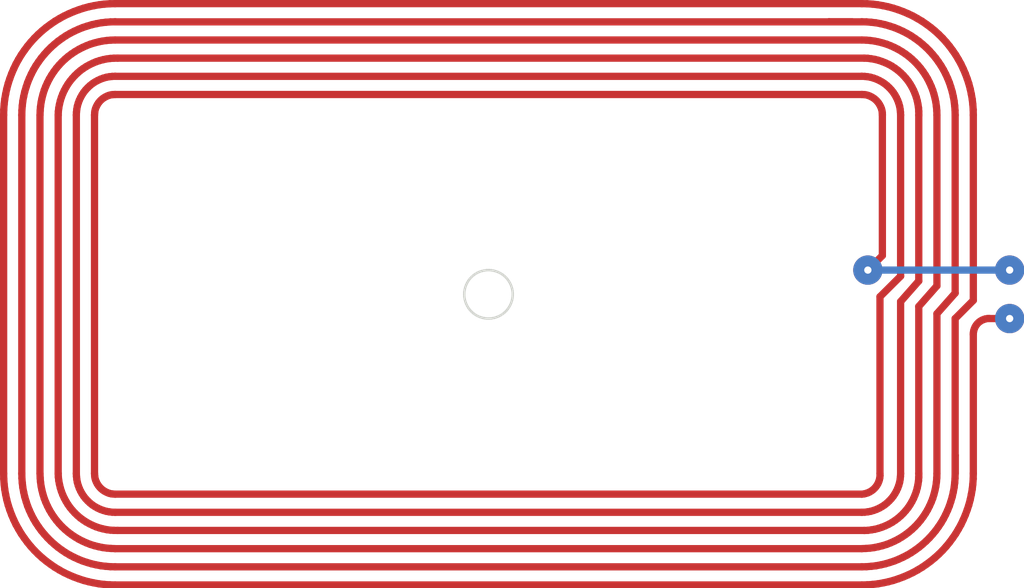
<source format=kicad_pcb>
(kicad_pcb (version 4) (host Gerbview "(5.1.6)-1")

  (layers 
    (0 F.Cu signal)
    (31 B.Cu signal)
    (32 B.Adhes user)
    (33 F.Adhes user)
    (34 B.Paste user)
    (35 F.Paste user)
    (36 B.SilkS user)
    (37 F.SilkS user)
    (38 B.Mask user)
    (39 F.Mask user)
    (40 Dwgs.User user)
    (41 Cmts.User user)
    (42 Eco1.User user)
    (43 Eco2.User user)
    (44 Edge.Cuts user)
  )

(gr_line (start 19.42846 -12.41552) (end 19.43354 -12.51458)(layer Edge.Cuts) (width 0))
(gr_line (start 19.43354 -12.51458) (end 19.44878 -12.61364)(layer Edge.Cuts) (width 0))
(gr_line (start 19.44878 -12.61364) (end 19.47418 -12.71016)(layer Edge.Cuts) (width 0))
(gr_line (start 19.47418 -12.71016) (end 19.5072 -12.80414)(layer Edge.Cuts) (width 0))
(gr_line (start 19.5072 -12.80414) (end 19.55038 -12.89304)(layer Edge.Cuts) (width 0))
(gr_line (start 19.55038 -12.89304) (end 19.60118 -12.9794)(layer Edge.Cuts) (width 0))
(gr_line (start 19.60118 -12.9794) (end 19.66214 -13.05814)(layer Edge.Cuts) (width 0))
(gr_line (start 19.66214 -13.05814) (end 19.73072 -13.1318)(layer Edge.Cuts) (width 0))
(gr_line (start 19.73072 -13.1318) (end 19.80438 -13.19784)(layer Edge.Cuts) (width 0))
(gr_line (start 19.80438 -13.19784) (end 19.88566 -13.25626)(layer Edge.Cuts) (width 0))
(gr_line (start 19.88566 -13.25626) (end 19.97202 -13.30706)(layer Edge.Cuts) (width 0))
(gr_line (start 19.97202 -13.30706) (end 20.06346 -13.3477)(layer Edge.Cuts) (width 0))
(gr_line (start 20.06346 -13.3477) (end 20.15744 -13.37818)(layer Edge.Cuts) (width 0))
(gr_line (start 20.15744 -13.37818) (end 20.2565 -13.40104)(layer Edge.Cuts) (width 0))
(gr_line (start 20.2565 -13.40104) (end 20.35556 -13.41374)(layer Edge.Cuts) (width 0))
(gr_line (start 20.35556 -13.41374) (end 20.45462 -13.41628)(layer Edge.Cuts) (width 0))
(gr_line (start 20.45462 -13.41628) (end 20.55368 -13.40866)(layer Edge.Cuts) (width 0))
(gr_line (start 20.55368 -13.40866) (end 20.65274 -13.39088)(layer Edge.Cuts) (width 0))
(gr_line (start 20.65274 -13.39088) (end 20.74672 -13.36294)(layer Edge.Cuts) (width 0))
(gr_line (start 20.74672 -13.36294) (end 20.8407 -13.32738)(layer Edge.Cuts) (width 0))
(gr_line (start 20.8407 -13.32738) (end 20.9296 -13.28166)(layer Edge.Cuts) (width 0))
(gr_line (start 20.9296 -13.28166) (end 21.01342 -13.22832)(layer Edge.Cuts) (width 0))
(gr_line (start 21.01342 -13.22832) (end 21.09216 -13.16482)(layer Edge.Cuts) (width 0))
(gr_line (start 21.09216 -13.16482) (end 21.16328 -13.09624)(layer Edge.Cuts) (width 0))
(gr_line (start 21.16328 -13.09624) (end 21.22678 -13.02004)(layer Edge.Cuts) (width 0))
(gr_line (start 21.22678 -13.02004) (end 21.28266 -12.93622)(layer Edge.Cuts) (width 0))
(gr_line (start 21.28266 -12.93622) (end 21.33092 -12.84986)(layer Edge.Cuts) (width 0))
(gr_line (start 21.33092 -12.84986) (end 21.36902 -12.75842)(layer Edge.Cuts) (width 0))
(gr_line (start 21.36902 -12.75842) (end 21.3995 -12.6619)(layer Edge.Cuts) (width 0))
(gr_line (start 21.3995 -12.6619) (end 21.41982 -12.56538)(layer Edge.Cuts) (width 0))
(gr_line (start 21.41982 -12.56538) (end 21.42998 -12.46632)(layer Edge.Cuts) (width 0))
(gr_line (start 21.42998 -12.46632) (end 21.42998 -12.36472)(layer Edge.Cuts) (width 0))
(gr_line (start 21.42998 -12.36472) (end 21.41982 -12.26566)(layer Edge.Cuts) (width 0))
(gr_line (start 21.41982 -12.26566) (end 21.3995 -12.16914)(layer Edge.Cuts) (width 0))
(gr_line (start 21.3995 -12.16914) (end 21.36902 -12.07262)(layer Edge.Cuts) (width 0))
(gr_line (start 21.36902 -12.07262) (end 21.33092 -11.98118)(layer Edge.Cuts) (width 0))
(gr_line (start 21.33092 -11.98118) (end 21.28266 -11.89482)(layer Edge.Cuts) (width 0))
(gr_line (start 21.28266 -11.89482) (end 21.22678 -11.811)(layer Edge.Cuts) (width 0))
(gr_line (start 21.22678 -11.811) (end 21.16328 -11.7348)(layer Edge.Cuts) (width 0))
(gr_line (start 21.16328 -11.7348) (end 21.09216 -11.66622)(layer Edge.Cuts) (width 0))
(gr_line (start 21.09216 -11.66622) (end 21.01342 -11.60272)(layer Edge.Cuts) (width 0))
(gr_line (start 21.01342 -11.60272) (end 20.9296 -11.54938)(layer Edge.Cuts) (width 0))
(gr_line (start 20.9296 -11.54938) (end 20.8407 -11.50366)(layer Edge.Cuts) (width 0))
(gr_line (start 20.8407 -11.50366) (end 20.74672 -11.4681)(layer Edge.Cuts) (width 0))
(gr_line (start 20.74672 -11.4681) (end 20.65274 -11.44016)(layer Edge.Cuts) (width 0))
(gr_line (start 20.65274 -11.44016) (end 20.55368 -11.42238)(layer Edge.Cuts) (width 0))
(gr_line (start 20.55368 -11.42238) (end 20.45462 -11.41476)(layer Edge.Cuts) (width 0))
(gr_line (start 20.45462 -11.41476) (end 20.35556 -11.4173)(layer Edge.Cuts) (width 0))
(gr_line (start 20.35556 -11.4173) (end 20.2565 -11.43)(layer Edge.Cuts) (width 0))
(gr_line (start 20.2565 -11.43) (end 20.15744 -11.45286)(layer Edge.Cuts) (width 0))
(gr_line (start 20.15744 -11.45286) (end 20.06346 -11.48334)(layer Edge.Cuts) (width 0))
(gr_line (start 20.06346 -11.48334) (end 19.97202 -11.52398)(layer Edge.Cuts) (width 0))
(gr_line (start 19.97202 -11.52398) (end 19.88566 -11.57478)(layer Edge.Cuts) (width 0))
(gr_line (start 19.88566 -11.57478) (end 19.80438 -11.6332)(layer Edge.Cuts) (width 0))
(gr_line (start 19.80438 -11.6332) (end 19.73072 -11.69924)(layer Edge.Cuts) (width 0))
(gr_line (start 19.73072 -11.69924) (end 19.66214 -11.7729)(layer Edge.Cuts) (width 0))
(gr_line (start 19.66214 -11.7729) (end 19.60118 -11.85164)(layer Edge.Cuts) (width 0))
(gr_line (start 19.60118 -11.85164) (end 19.55038 -11.938)(layer Edge.Cuts) (width 0))
(gr_line (start 19.55038 -11.938) (end 19.5072 -12.0269)(layer Edge.Cuts) (width 0))
(gr_line (start 19.5072 -12.0269) (end 19.47418 -12.12088)(layer Edge.Cuts) (width 0))
(gr_line (start 19.47418 -12.12088) (end 19.44878 -12.2174)(layer Edge.Cuts) (width 0))
(gr_line (start 19.44878 -12.2174) (end 19.43354 -12.31646)(layer Edge.Cuts) (width 0))
(gr_line (start 19.43354 -12.31646) (end 19.42846 -12.41552)(layer Edge.Cuts) (width 0))
(segment (start 5.0292 -0.41656) (end 35.82924 -0.41656) (width 0.29972) (layer F.Cu) (net 0))
(segment (start 35.82924 -1.16586) (end 5.0292 -1.16586) (width 0.29972) (layer F.Cu) (net 0))
(segment (start 5.0292 -1.91516) (end 35.82924 -1.91516) (width 0.29972) (layer F.Cu) (net 0))
(segment (start 35.9283 -2.667) (end 5.12826 -2.667) (width 0.29972) (layer F.Cu) (net 0))
(segment (start 5.0292 -3.4163) (end 35.82924 -3.4163) (width 0.29972) (layer F.Cu) (net 0))
(segment (start 35.82924 -4.1656) (end 5.0292 -4.1656) (width 0.29972) (layer F.Cu) (net 0))
(segment (start 5.0292 -1.9177) (end 4.85648 -1.92278) (width 0.29972) (layer F.Cu) (net 0))
(segment (start 4.85648 -1.92278) (end 4.68122 -1.93802) (width 0.29972) (layer F.Cu) (net 0))
(segment (start 4.68122 -1.93802) (end 4.51104 -1.96088) (width 0.29972) (layer F.Cu) (net 0))
(segment (start 4.51104 -1.96088) (end 4.34086 -1.99644) (width 0.29972) (layer F.Cu) (net 0))
(segment (start 4.34086 -1.99644) (end 4.17068 -2.03962) (width 0.29972) (layer F.Cu) (net 0))
(segment (start 4.17068 -2.03962) (end 4.00558 -2.09042) (width 0.29972) (layer F.Cu) (net 0))
(segment (start 4.00558 -2.09042) (end 3.84302 -2.15392) (width 0.29972) (layer F.Cu) (net 0))
(segment (start 3.84302 -2.15392) (end 3.68554 -2.22504) (width 0.29972) (layer F.Cu) (net 0))
(segment (start 3.68554 -2.22504) (end 3.5306 -2.30378) (width 0.29972) (layer F.Cu) (net 0))
(segment (start 3.5306 -2.30378) (end 3.38074 -2.39268) (width 0.29972) (layer F.Cu) (net 0))
(segment (start 3.38074 -2.39268) (end 3.23596 -2.4892) (width 0.29972) (layer F.Cu) (net 0))
(segment (start 3.23596 -2.4892) (end 3.09626 -2.59334) (width 0.29972) (layer F.Cu) (net 0))
(segment (start 3.09626 -2.59334) (end 2.96418 -2.7051) (width 0.29972) (layer F.Cu) (net 0))
(segment (start 2.96418 -2.7051) (end 2.83718 -2.82448) (width 0.29972) (layer F.Cu) (net 0))
(segment (start 2.83718 -2.82448) (end 2.7178 -2.95148) (width 0.29972) (layer F.Cu) (net 0))
(segment (start 2.7178 -2.95148) (end 2.60604 -3.08356) (width 0.29972) (layer F.Cu) (net 0))
(segment (start 2.60604 -3.08356) (end 2.5019 -3.22326) (width 0.29972) (layer F.Cu) (net 0))
(segment (start 2.5019 -3.22326) (end 2.40538 -3.36804) (width 0.29972) (layer F.Cu) (net 0))
(segment (start 2.40538 -3.36804) (end 2.31648 -3.5179) (width 0.29972) (layer F.Cu) (net 0))
(segment (start 2.31648 -3.5179) (end 2.23774 -3.67284) (width 0.29972) (layer F.Cu) (net 0))
(segment (start 2.23774 -3.67284) (end 2.16662 -3.83032) (width 0.29972) (layer F.Cu) (net 0))
(segment (start 2.16662 -3.83032) (end 2.10312 -3.99288) (width 0.29972) (layer F.Cu) (net 0))
(segment (start 2.10312 -3.99288) (end 2.05232 -4.15798) (width 0.29972) (layer F.Cu) (net 0))
(segment (start 2.05232 -4.15798) (end 2.00914 -4.32816) (width 0.29972) (layer F.Cu) (net 0))
(segment (start 2.00914 -4.32816) (end 1.97358 -4.49834) (width 0.29972) (layer F.Cu) (net 0))
(segment (start 1.97358 -4.49834) (end 1.95072 -4.66852) (width 0.29972) (layer F.Cu) (net 0))
(segment (start 1.95072 -4.66852) (end 1.93548 -4.84378) (width 0.29972) (layer F.Cu) (net 0))
(segment (start 1.93548 -4.84378) (end 1.9304 -5.0165) (width 0.29972) (layer F.Cu) (net 0))
(segment (start 1.92786 -5.0165) (end 1.92786 -19.81708) (width 0.29972) (layer F.Cu) (net 0))
(segment (start 1.17856 -19.81708) (end 1.17856 -5.0165) (width 0.29972) (layer F.Cu) (net 0))
(segment (start 0.42926 -5.0165) (end 0.42926 -19.81708) (width 0.29972) (layer F.Cu) (net 0))
(segment (start 2.6797 -19.81708) (end 2.6797 -5.0165) (width 0.29972) (layer F.Cu) (net 0))
(segment (start 3.429 -5.0165) (end 3.429 -19.81708) (width 0.29972) (layer F.Cu) (net 0))
(segment (start 4.1783 -19.81708) (end 4.1783 -5.0165) (width 0.29972) (layer F.Cu) (net 0))
(segment (start 0.42926 -5.0165) (end 0.43434 -4.79806) (width 0.29972) (layer F.Cu) (net 0))
(segment (start 0.43434 -4.79806) (end 0.44958 -4.57962) (width 0.29972) (layer F.Cu) (net 0))
(segment (start 0.44958 -4.57962) (end 0.47498 -4.36118) (width 0.29972) (layer F.Cu) (net 0))
(segment (start 0.47498 -4.36118) (end 0.51308 -4.14528) (width 0.29972) (layer F.Cu) (net 0))
(segment (start 0.51308 -4.14528) (end 0.5588 -3.93192) (width 0.29972) (layer F.Cu) (net 0))
(segment (start 0.5588 -3.93192) (end 0.61468 -3.7211) (width 0.29972) (layer F.Cu) (net 0))
(segment (start 0.61468 -3.7211) (end 0.68326 -3.51282) (width 0.29972) (layer F.Cu) (net 0))
(segment (start 0.68326 -3.51282) (end 0.75946 -3.30708) (width 0.29972) (layer F.Cu) (net 0))
(segment (start 0.75946 -3.30708) (end 0.84582 -3.10642) (width 0.29972) (layer F.Cu) (net 0))
(segment (start 0.84582 -3.10642) (end 0.9398 -2.9083) (width 0.29972) (layer F.Cu) (net 0))
(segment (start 0.9398 -2.9083) (end 1.04648 -2.7178) (width 0.29972) (layer F.Cu) (net 0))
(segment (start 1.04648 -2.7178) (end 1.15824 -2.52984) (width 0.29972) (layer F.Cu) (net 0))
(segment (start 1.15824 -2.52984) (end 1.2827 -2.3495) (width 0.29972) (layer F.Cu) (net 0))
(segment (start 1.2827 -2.3495) (end 1.41224 -2.17424) (width 0.29972) (layer F.Cu) (net 0))
(segment (start 1.41224 -2.17424) (end 1.55194 -2.00406) (width 0.29972) (layer F.Cu) (net 0))
(segment (start 1.55194 -2.00406) (end 1.69926 -1.8415) (width 0.29972) (layer F.Cu) (net 0))
(segment (start 1.69926 -1.8415) (end 1.8542 -1.68656) (width 0.29972) (layer F.Cu) (net 0))
(segment (start 1.8542 -1.68656) (end 2.01676 -1.53924) (width 0.29972) (layer F.Cu) (net 0))
(segment (start 2.01676 -1.53924) (end 2.18694 -1.39954) (width 0.29972) (layer F.Cu) (net 0))
(segment (start 2.18694 -1.39954) (end 2.3622 -1.27) (width 0.29972) (layer F.Cu) (net 0))
(segment (start 2.3622 -1.27) (end 2.54254 -1.14554) (width 0.29972) (layer F.Cu) (net 0))
(segment (start 2.54254 -1.14554) (end 2.72796 -1.03378) (width 0.29972) (layer F.Cu) (net 0))
(segment (start 2.72796 -1.03378) (end 2.921 -0.9271) (width 0.29972) (layer F.Cu) (net 0))
(segment (start 2.921 -0.9271) (end 3.11912 -0.83312) (width 0.29972) (layer F.Cu) (net 0))
(segment (start 3.11912 -0.83312) (end 3.31978 -0.74676) (width 0.29972) (layer F.Cu) (net 0))
(segment (start 3.31978 -0.74676) (end 3.52552 -0.67056) (width 0.29972) (layer F.Cu) (net 0))
(segment (start 3.52552 -0.67056) (end 3.7338 -0.60198) (width 0.29972) (layer F.Cu) (net 0))
(segment (start 3.7338 -0.60198) (end 3.94462 -0.5461) (width 0.29972) (layer F.Cu) (net 0))
(segment (start 3.94462 -0.5461) (end 4.15798 -0.50038) (width 0.29972) (layer F.Cu) (net 0))
(segment (start 4.15798 -0.50038) (end 4.37388 -0.46228) (width 0.29972) (layer F.Cu) (net 0))
(segment (start 4.37388 -0.46228) (end 4.59232 -0.43688) (width 0.29972) (layer F.Cu) (net 0))
(segment (start 4.59232 -0.43688) (end 4.81076 -0.42164) (width 0.29972) (layer F.Cu) (net 0))
(segment (start 4.81076 -0.42164) (end 5.0292 -0.41656) (width 0.29972) (layer F.Cu) (net 0))
(segment (start 5.0292 -1.16586) (end 4.83362 -1.17094) (width 0.29972) (layer F.Cu) (net 0))
(segment (start 4.83362 -1.17094) (end 4.64058 -1.18618) (width 0.29972) (layer F.Cu) (net 0))
(segment (start 4.64058 -1.18618) (end 4.445 -1.20904) (width 0.29972) (layer F.Cu) (net 0))
(segment (start 4.445 -1.20904) (end 4.2545 -1.2446) (width 0.29972) (layer F.Cu) (net 0))
(segment (start 4.2545 -1.2446) (end 4.064 -1.28778) (width 0.29972) (layer F.Cu) (net 0))
(segment (start 4.064 -1.28778) (end 3.87604 -1.34366) (width 0.29972) (layer F.Cu) (net 0))
(segment (start 3.87604 -1.34366) (end 3.69062 -1.40462) (width 0.29972) (layer F.Cu) (net 0))
(segment (start 3.69062 -1.40462) (end 3.51028 -1.47828) (width 0.29972) (layer F.Cu) (net 0))
(segment (start 3.51028 -1.47828) (end 3.33248 -1.55956) (width 0.29972) (layer F.Cu) (net 0))
(segment (start 3.33248 -1.55956) (end 3.15976 -1.64846) (width 0.29972) (layer F.Cu) (net 0))
(segment (start 3.15976 -1.64846) (end 2.99212 -1.74752) (width 0.29972) (layer F.Cu) (net 0))
(segment (start 2.99212 -1.74752) (end 2.82956 -1.85674) (width 0.29972) (layer F.Cu) (net 0))
(segment (start 2.82956 -1.85674) (end 2.67208 -1.97104) (width 0.29972) (layer F.Cu) (net 0))
(segment (start 2.67208 -1.97104) (end 2.52222 -2.0955) (width 0.29972) (layer F.Cu) (net 0))
(segment (start 2.52222 -2.0955) (end 2.37744 -2.22504) (width 0.29972) (layer F.Cu) (net 0))
(segment (start 2.37744 -2.22504) (end 2.23774 -2.36474) (width 0.29972) (layer F.Cu) (net 0))
(segment (start 2.23774 -2.36474) (end 2.1082 -2.50952) (width 0.29972) (layer F.Cu) (net 0))
(segment (start 2.1082 -2.50952) (end 1.98374 -2.65938) (width 0.29972) (layer F.Cu) (net 0))
(segment (start 1.98374 -2.65938) (end 1.86944 -2.81686) (width 0.29972) (layer F.Cu) (net 0))
(segment (start 1.86944 -2.81686) (end 1.76022 -2.97942) (width 0.29972) (layer F.Cu) (net 0))
(segment (start 1.76022 -2.97942) (end 1.66116 -3.14706) (width 0.29972) (layer F.Cu) (net 0))
(segment (start 1.66116 -3.14706) (end 1.57226 -3.31978) (width 0.29972) (layer F.Cu) (net 0))
(segment (start 1.57226 -3.31978) (end 1.49098 -3.49758) (width 0.29972) (layer F.Cu) (net 0))
(segment (start 1.49098 -3.49758) (end 1.41732 -3.67792) (width 0.29972) (layer F.Cu) (net 0))
(segment (start 1.41732 -3.67792) (end 1.35636 -3.86334) (width 0.29972) (layer F.Cu) (net 0))
(segment (start 1.35636 -3.86334) (end 1.30048 -4.0513) (width 0.29972) (layer F.Cu) (net 0))
(segment (start 1.30048 -4.0513) (end 1.2573 -4.2418) (width 0.29972) (layer F.Cu) (net 0))
(segment (start 1.2573 -4.2418) (end 1.22174 -4.4323) (width 0.29972) (layer F.Cu) (net 0))
(segment (start 1.22174 -4.4323) (end 1.19888 -4.62788) (width 0.29972) (layer F.Cu) (net 0))
(segment (start 1.19888 -4.62788) (end 1.18364 -4.82092) (width 0.29972) (layer F.Cu) (net 0))
(segment (start 1.18364 -4.82092) (end 1.17856 -5.0165) (width 0.29972) (layer F.Cu) (net 0))
(segment (start 3.429 -5.0165) (end 3.43408 -4.89204) (width 0.29972) (layer F.Cu) (net 0))
(segment (start 3.43408 -4.89204) (end 3.44932 -4.76504) (width 0.29972) (layer F.Cu) (net 0))
(segment (start 3.44932 -4.76504) (end 3.47218 -4.64312) (width 0.29972) (layer F.Cu) (net 0))
(segment (start 3.47218 -4.64312) (end 3.50774 -4.5212) (width 0.29972) (layer F.Cu) (net 0))
(segment (start 3.50774 -4.5212) (end 3.55092 -4.40436) (width 0.29972) (layer F.Cu) (net 0))
(segment (start 3.55092 -4.40436) (end 3.60426 -4.29006) (width 0.29972) (layer F.Cu) (net 0))
(segment (start 3.60426 -4.29006) (end 3.66522 -4.18084) (width 0.29972) (layer F.Cu) (net 0))
(segment (start 3.66522 -4.18084) (end 3.7338 -4.0767) (width 0.29972) (layer F.Cu) (net 0))
(segment (start 3.7338 -4.0767) (end 3.81254 -3.97764) (width 0.29972) (layer F.Cu) (net 0))
(segment (start 3.81254 -3.97764) (end 3.8989 -3.8862) (width 0.29972) (layer F.Cu) (net 0))
(segment (start 3.8989 -3.8862) (end 3.99034 -3.79984) (width 0.29972) (layer F.Cu) (net 0))
(segment (start 3.99034 -3.79984) (end 4.0894 -3.7211) (width 0.29972) (layer F.Cu) (net 0))
(segment (start 4.0894 -3.7211) (end 4.19354 -3.65252) (width 0.29972) (layer F.Cu) (net 0))
(segment (start 4.19354 -3.65252) (end 4.30276 -3.59156) (width 0.29972) (layer F.Cu) (net 0))
(segment (start 4.30276 -3.59156) (end 4.41706 -3.53822) (width 0.29972) (layer F.Cu) (net 0))
(segment (start 4.41706 -3.53822) (end 4.5339 -3.49504) (width 0.29972) (layer F.Cu) (net 0))
(segment (start 4.5339 -3.49504) (end 4.65582 -3.45948) (width 0.29972) (layer F.Cu) (net 0))
(segment (start 4.65582 -3.45948) (end 4.77774 -3.43662) (width 0.29972) (layer F.Cu) (net 0))
(segment (start 4.77774 -3.43662) (end 4.90474 -3.42138) (width 0.29972) (layer F.Cu) (net 0))
(segment (start 4.90474 -3.42138) (end 5.0292 -3.4163) (width 0.29972) (layer F.Cu) (net 0))
(segment (start 5.0292 -4.1656) (end 4.9403 -4.17068) (width 0.29972) (layer F.Cu) (net 0))
(segment (start 4.9403 -4.17068) (end 4.8514 -4.18338) (width 0.29972) (layer F.Cu) (net 0))
(segment (start 4.8514 -4.18338) (end 4.76504 -4.20624) (width 0.29972) (layer F.Cu) (net 0))
(segment (start 4.76504 -4.20624) (end 4.68376 -4.23926) (width 0.29972) (layer F.Cu) (net 0))
(segment (start 4.68376 -4.23926) (end 4.60502 -4.2799) (width 0.29972) (layer F.Cu) (net 0))
(segment (start 4.60502 -4.2799) (end 4.52882 -4.32816) (width 0.29972) (layer F.Cu) (net 0))
(segment (start 4.52882 -4.32816) (end 4.46024 -4.38404) (width 0.29972) (layer F.Cu) (net 0))
(segment (start 4.46024 -4.38404) (end 4.39674 -4.44754) (width 0.29972) (layer F.Cu) (net 0))
(segment (start 4.39674 -4.44754) (end 4.34086 -4.51612) (width 0.29972) (layer F.Cu) (net 0))
(segment (start 4.34086 -4.51612) (end 4.2926 -4.58978) (width 0.29972) (layer F.Cu) (net 0))
(segment (start 4.2926 -4.58978) (end 4.25196 -4.67106) (width 0.29972) (layer F.Cu) (net 0))
(segment (start 4.25196 -4.67106) (end 4.21894 -4.75234) (width 0.29972) (layer F.Cu) (net 0))
(segment (start 4.21894 -4.75234) (end 4.19608 -4.8387) (width 0.29972) (layer F.Cu) (net 0))
(segment (start 4.19608 -4.8387) (end 4.18338 -4.9276) (width 0.29972) (layer F.Cu) (net 0))
(segment (start 4.18338 -4.9276) (end 4.1783 -5.0165) (width 0.29972) (layer F.Cu) (net 0))
(segment (start 2.6797 -5.0165) (end 2.68732 -4.86664) (width 0.29972) (layer F.Cu) (net 0))
(segment (start 2.68732 -4.86664) (end 2.7051 -4.71678) (width 0.29972) (layer F.Cu) (net 0))
(segment (start 2.7051 -4.71678) (end 2.73304 -4.56946) (width 0.29972) (layer F.Cu) (net 0))
(segment (start 2.73304 -4.56946) (end 2.7686 -4.42214) (width 0.29972) (layer F.Cu) (net 0))
(segment (start 2.7686 -4.42214) (end 2.81432 -4.27736) (width 0.29972) (layer F.Cu) (net 0))
(segment (start 2.81432 -4.27736) (end 2.86766 -4.13766) (width 0.29972) (layer F.Cu) (net 0))
(segment (start 2.86766 -4.13766) (end 2.93116 -4.0005) (width 0.29972) (layer F.Cu) (net 0))
(segment (start 2.93116 -4.0005) (end 3.00228 -3.86842) (width 0.29972) (layer F.Cu) (net 0))
(segment (start 3.00228 -3.86842) (end 3.08102 -3.73888) (width 0.29972) (layer F.Cu) (net 0))
(segment (start 3.08102 -3.73888) (end 3.16738 -3.61696) (width 0.29972) (layer F.Cu) (net 0))
(segment (start 3.16738 -3.61696) (end 3.2639 -3.50012) (width 0.29972) (layer F.Cu) (net 0))
(segment (start 3.2639 -3.50012) (end 3.3655 -3.38836) (width 0.29972) (layer F.Cu) (net 0))
(segment (start 3.3655 -3.38836) (end 3.47472 -3.28422) (width 0.29972) (layer F.Cu) (net 0))
(segment (start 3.47472 -3.28422) (end 3.58902 -3.18516) (width 0.29972) (layer F.Cu) (net 0))
(segment (start 3.58902 -3.18516) (end 3.71094 -3.09626) (width 0.29972) (layer F.Cu) (net 0))
(segment (start 3.71094 -3.09626) (end 3.8354 -3.01498) (width 0.29972) (layer F.Cu) (net 0))
(segment (start 3.8354 -3.01498) (end 3.96748 -2.94132) (width 0.29972) (layer F.Cu) (net 0))
(segment (start 3.96748 -2.94132) (end 4.10464 -2.87528) (width 0.29972) (layer F.Cu) (net 0))
(segment (start 4.10464 -2.87528) (end 4.2418 -2.81686) (width 0.29972) (layer F.Cu) (net 0))
(segment (start 4.2418 -2.81686) (end 4.38658 -2.7686) (width 0.29972) (layer F.Cu) (net 0))
(segment (start 4.38658 -2.7686) (end 4.53136 -2.7305) (width 0.29972) (layer F.Cu) (net 0))
(segment (start 4.53136 -2.7305) (end 4.67868 -2.70002) (width 0.29972) (layer F.Cu) (net 0))
(segment (start 4.67868 -2.70002) (end 4.82854 -2.6797) (width 0.29972) (layer F.Cu) (net 0))
(segment (start 4.82854 -2.6797) (end 4.9784 -2.66954) (width 0.29972) (layer F.Cu) (net 0))
(segment (start 4.9784 -2.66954) (end 5.1308 -2.667) (width 0.29972) (layer F.Cu) (net 0))
(segment (start 2.6797 -19.81708) (end 2.68732 -19.96694) (width 0.29972) (layer F.Cu) (net 0))
(segment (start 2.68732 -19.96694) (end 2.7051 -20.1168) (width 0.29972) (layer F.Cu) (net 0))
(segment (start 2.7051 -20.1168) (end 2.73304 -20.26412) (width 0.29972) (layer F.Cu) (net 0))
(segment (start 2.73304 -20.26412) (end 2.7686 -20.41144) (width 0.29972) (layer F.Cu) (net 0))
(segment (start 2.7686 -20.41144) (end 2.81432 -20.55622) (width 0.29972) (layer F.Cu) (net 0))
(segment (start 2.81432 -20.55622) (end 2.86766 -20.69592) (width 0.29972) (layer F.Cu) (net 0))
(segment (start 2.86766 -20.69592) (end 2.93116 -20.83308) (width 0.29972) (layer F.Cu) (net 0))
(segment (start 2.93116 -20.83308) (end 3.00228 -20.96516) (width 0.29972) (layer F.Cu) (net 0))
(segment (start 3.00228 -20.96516) (end 3.08102 -21.0947) (width 0.29972) (layer F.Cu) (net 0))
(segment (start 3.08102 -21.0947) (end 3.16738 -21.21662) (width 0.29972) (layer F.Cu) (net 0))
(segment (start 3.16738 -21.21662) (end 3.2639 -21.33346) (width 0.29972) (layer F.Cu) (net 0))
(segment (start 3.2639 -21.33346) (end 3.3655 -21.44522) (width 0.29972) (layer F.Cu) (net 0))
(segment (start 3.3655 -21.44522) (end 3.47472 -21.54936) (width 0.29972) (layer F.Cu) (net 0))
(segment (start 3.47472 -21.54936) (end 3.58902 -21.64842) (width 0.29972) (layer F.Cu) (net 0))
(segment (start 3.58902 -21.64842) (end 3.71094 -21.73732) (width 0.29972) (layer F.Cu) (net 0))
(segment (start 3.71094 -21.73732) (end 3.8354 -21.8186) (width 0.29972) (layer F.Cu) (net 0))
(segment (start 3.8354 -21.8186) (end 3.96748 -21.89226) (width 0.29972) (layer F.Cu) (net 0))
(segment (start 3.96748 -21.89226) (end 4.10464 -21.9583) (width 0.29972) (layer F.Cu) (net 0))
(segment (start 4.10464 -21.9583) (end 4.2418 -22.01672) (width 0.29972) (layer F.Cu) (net 0))
(segment (start 4.2418 -22.01672) (end 4.38658 -22.06498) (width 0.29972) (layer F.Cu) (net 0))
(segment (start 4.38658 -22.06498) (end 4.53136 -22.10308) (width 0.29972) (layer F.Cu) (net 0))
(segment (start 4.53136 -22.10308) (end 4.67868 -22.13356) (width 0.29972) (layer F.Cu) (net 0))
(segment (start 4.67868 -22.13356) (end 4.82854 -22.15388) (width 0.29972) (layer F.Cu) (net 0))
(segment (start 4.82854 -22.15388) (end 4.9784 -22.16404) (width 0.29972) (layer F.Cu) (net 0))
(segment (start 4.9784 -22.16404) (end 5.1308 -22.16658) (width 0.29972) (layer F.Cu) (net 0))
(segment (start 5.12826 -22.16658) (end 35.9283 -22.16658) (width 0.29972) (layer F.Cu) (net 0))
(segment (start 35.82924 -22.91588) (end 5.0292 -22.91588) (width 0.29972) (layer F.Cu) (net 0))
(segment (start 5.0292 -23.66518) (end 34.47796 -23.66518) (width 0.29972) (layer F.Cu) (net 0))
(segment (start 34.47796 -23.66518) (end 35.82924 -23.66518) (width 0.29972) (layer F.Cu) (net 0))
(segment (start 35.42792 -23.66518) (end 34.47796 -23.66518) (width 0.29972) (layer F.Cu) (net 0))
(segment (start 35.82924 -24.41702) (end 5.0292 -24.41702) (width 0.29972) (layer F.Cu) (net 0))
(segment (start 5.0292 -21.41474) (end 35.82924 -21.41474) (width 0.29972) (layer F.Cu) (net 0))
(segment (start 35.82924 -20.66544) (end 5.0292 -20.66544) (width 0.29972) (layer F.Cu) (net 0))
(segment (start 5.0292 -22.91588) (end 4.85648 -22.9108) (width 0.29972) (layer F.Cu) (net 0))
(segment (start 4.85648 -22.9108) (end 4.68122 -22.89556) (width 0.29972) (layer F.Cu) (net 0))
(segment (start 4.68122 -22.89556) (end 4.51104 -22.8727) (width 0.29972) (layer F.Cu) (net 0))
(segment (start 4.51104 -22.8727) (end 4.34086 -22.83714) (width 0.29972) (layer F.Cu) (net 0))
(segment (start 4.34086 -22.83714) (end 4.17068 -22.79396) (width 0.29972) (layer F.Cu) (net 0))
(segment (start 4.17068 -22.79396) (end 4.00558 -22.74316) (width 0.29972) (layer F.Cu) (net 0))
(segment (start 4.00558 -22.74316) (end 3.84302 -22.67966) (width 0.29972) (layer F.Cu) (net 0))
(segment (start 3.84302 -22.67966) (end 3.68554 -22.60854) (width 0.29972) (layer F.Cu) (net 0))
(segment (start 3.68554 -22.60854) (end 3.5306 -22.5298) (width 0.29972) (layer F.Cu) (net 0))
(segment (start 3.5306 -22.5298) (end 3.38074 -22.4409) (width 0.29972) (layer F.Cu) (net 0))
(segment (start 3.38074 -22.4409) (end 3.23596 -22.34438) (width 0.29972) (layer F.Cu) (net 0))
(segment (start 3.23596 -22.34438) (end 3.09626 -22.24024) (width 0.29972) (layer F.Cu) (net 0))
(segment (start 3.09626 -22.24024) (end 2.96418 -22.12848) (width 0.29972) (layer F.Cu) (net 0))
(segment (start 2.96418 -22.12848) (end 2.83718 -22.0091) (width 0.29972) (layer F.Cu) (net 0))
(segment (start 2.83718 -22.0091) (end 2.7178 -21.8821) (width 0.29972) (layer F.Cu) (net 0))
(segment (start 2.7178 -21.8821) (end 2.60604 -21.75002) (width 0.29972) (layer F.Cu) (net 0))
(segment (start 2.60604 -21.75002) (end 2.5019 -21.61032) (width 0.29972) (layer F.Cu) (net 0))
(segment (start 2.5019 -21.61032) (end 2.40538 -21.46554) (width 0.29972) (layer F.Cu) (net 0))
(segment (start 2.40538 -21.46554) (end 2.31648 -21.31568) (width 0.29972) (layer F.Cu) (net 0))
(segment (start 2.31648 -21.31568) (end 2.23774 -21.16074) (width 0.29972) (layer F.Cu) (net 0))
(segment (start 2.23774 -21.16074) (end 2.16662 -21.00326) (width 0.29972) (layer F.Cu) (net 0))
(segment (start 2.16662 -21.00326) (end 2.10312 -20.8407) (width 0.29972) (layer F.Cu) (net 0))
(segment (start 2.10312 -20.8407) (end 2.05232 -20.6756) (width 0.29972) (layer F.Cu) (net 0))
(segment (start 2.05232 -20.6756) (end 2.00914 -20.50542) (width 0.29972) (layer F.Cu) (net 0))
(segment (start 2.00914 -20.50542) (end 1.97358 -20.33524) (width 0.29972) (layer F.Cu) (net 0))
(segment (start 1.97358 -20.33524) (end 1.95072 -20.16506) (width 0.29972) (layer F.Cu) (net 0))
(segment (start 1.95072 -20.16506) (end 1.93548 -19.9898) (width 0.29972) (layer F.Cu) (net 0))
(segment (start 1.93548 -19.9898) (end 1.9304 -19.81708) (width 0.29972) (layer F.Cu) (net 0))
(segment (start 0.42926 -19.81708) (end 0.43434 -20.03552) (width 0.29972) (layer F.Cu) (net 0))
(segment (start 0.43434 -20.03552) (end 0.44958 -20.25396) (width 0.29972) (layer F.Cu) (net 0))
(segment (start 0.44958 -20.25396) (end 0.47498 -20.4724) (width 0.29972) (layer F.Cu) (net 0))
(segment (start 0.47498 -20.4724) (end 0.51308 -20.6883) (width 0.29972) (layer F.Cu) (net 0))
(segment (start 0.51308 -20.6883) (end 0.5588 -20.90166) (width 0.29972) (layer F.Cu) (net 0))
(segment (start 0.5588 -20.90166) (end 0.61468 -21.11248) (width 0.29972) (layer F.Cu) (net 0))
(segment (start 0.61468 -21.11248) (end 0.68326 -21.32076) (width 0.29972) (layer F.Cu) (net 0))
(segment (start 0.68326 -21.32076) (end 0.75946 -21.5265) (width 0.29972) (layer F.Cu) (net 0))
(segment (start 0.75946 -21.5265) (end 0.84582 -21.72716) (width 0.29972) (layer F.Cu) (net 0))
(segment (start 0.84582 -21.72716) (end 0.9398 -21.92528) (width 0.29972) (layer F.Cu) (net 0))
(segment (start 0.9398 -21.92528) (end 1.04648 -22.11832) (width 0.29972) (layer F.Cu) (net 0))
(segment (start 1.04648 -22.11832) (end 1.15824 -22.30374) (width 0.29972) (layer F.Cu) (net 0))
(segment (start 1.15824 -22.30374) (end 1.2827 -22.48408) (width 0.29972) (layer F.Cu) (net 0))
(segment (start 1.2827 -22.48408) (end 1.41224 -22.65934) (width 0.29972) (layer F.Cu) (net 0))
(segment (start 1.41224 -22.65934) (end 1.55194 -22.82952) (width 0.29972) (layer F.Cu) (net 0))
(segment (start 1.55194 -22.82952) (end 1.69926 -22.99208) (width 0.29972) (layer F.Cu) (net 0))
(segment (start 1.69926 -22.99208) (end 1.8542 -23.14702) (width 0.29972) (layer F.Cu) (net 0))
(segment (start 1.8542 -23.14702) (end 2.01676 -23.29434) (width 0.29972) (layer F.Cu) (net 0))
(segment (start 2.01676 -23.29434) (end 2.18694 -23.43404) (width 0.29972) (layer F.Cu) (net 0))
(segment (start 2.18694 -23.43404) (end 2.3622 -23.56358) (width 0.29972) (layer F.Cu) (net 0))
(segment (start 2.3622 -23.56358) (end 2.54254 -23.68804) (width 0.29972) (layer F.Cu) (net 0))
(segment (start 2.54254 -23.68804) (end 2.72796 -23.7998) (width 0.29972) (layer F.Cu) (net 0))
(segment (start 2.72796 -23.7998) (end 2.921 -23.90648) (width 0.29972) (layer F.Cu) (net 0))
(segment (start 2.921 -23.90648) (end 3.11912 -24.00046) (width 0.29972) (layer F.Cu) (net 0))
(segment (start 3.11912 -24.00046) (end 3.31978 -24.08682) (width 0.29972) (layer F.Cu) (net 0))
(segment (start 3.31978 -24.08682) (end 3.52552 -24.16302) (width 0.29972) (layer F.Cu) (net 0))
(segment (start 3.52552 -24.16302) (end 3.7338 -24.2316) (width 0.29972) (layer F.Cu) (net 0))
(segment (start 3.7338 -24.2316) (end 3.94462 -24.28748) (width 0.29972) (layer F.Cu) (net 0))
(segment (start 3.94462 -24.28748) (end 4.15798 -24.3332) (width 0.29972) (layer F.Cu) (net 0))
(segment (start 4.15798 -24.3332) (end 4.37388 -24.3713) (width 0.29972) (layer F.Cu) (net 0))
(segment (start 4.37388 -24.3713) (end 4.59232 -24.3967) (width 0.29972) (layer F.Cu) (net 0))
(segment (start 4.59232 -24.3967) (end 4.81076 -24.41194) (width 0.29972) (layer F.Cu) (net 0))
(segment (start 4.81076 -24.41194) (end 5.0292 -24.41702) (width 0.29972) (layer F.Cu) (net 0))
(segment (start 5.0292 -23.66772) (end 4.83362 -23.66264) (width 0.29972) (layer F.Cu) (net 0))
(segment (start 4.83362 -23.66264) (end 4.64058 -23.6474) (width 0.29972) (layer F.Cu) (net 0))
(segment (start 4.64058 -23.6474) (end 4.445 -23.62454) (width 0.29972) (layer F.Cu) (net 0))
(segment (start 4.445 -23.62454) (end 4.2545 -23.58898) (width 0.29972) (layer F.Cu) (net 0))
(segment (start 4.2545 -23.58898) (end 4.064 -23.5458) (width 0.29972) (layer F.Cu) (net 0))
(segment (start 4.064 -23.5458) (end 3.87604 -23.48992) (width 0.29972) (layer F.Cu) (net 0))
(segment (start 3.87604 -23.48992) (end 3.69062 -23.42896) (width 0.29972) (layer F.Cu) (net 0))
(segment (start 3.69062 -23.42896) (end 3.51028 -23.3553) (width 0.29972) (layer F.Cu) (net 0))
(segment (start 3.51028 -23.3553) (end 3.33248 -23.27402) (width 0.29972) (layer F.Cu) (net 0))
(segment (start 3.33248 -23.27402) (end 3.15976 -23.18512) (width 0.29972) (layer F.Cu) (net 0))
(segment (start 3.15976 -23.18512) (end 2.99212 -23.08606) (width 0.29972) (layer F.Cu) (net 0))
(segment (start 2.99212 -23.08606) (end 2.82956 -22.97684) (width 0.29972) (layer F.Cu) (net 0))
(segment (start 2.82956 -22.97684) (end 2.67208 -22.86254) (width 0.29972) (layer F.Cu) (net 0))
(segment (start 2.67208 -22.86254) (end 2.52222 -22.73808) (width 0.29972) (layer F.Cu) (net 0))
(segment (start 2.52222 -22.73808) (end 2.37744 -22.60854) (width 0.29972) (layer F.Cu) (net 0))
(segment (start 2.37744 -22.60854) (end 2.23774 -22.46884) (width 0.29972) (layer F.Cu) (net 0))
(segment (start 2.23774 -22.46884) (end 2.1082 -22.32406) (width 0.29972) (layer F.Cu) (net 0))
(segment (start 2.1082 -22.32406) (end 1.98374 -22.1742) (width 0.29972) (layer F.Cu) (net 0))
(segment (start 1.98374 -22.1742) (end 1.86944 -22.01672) (width 0.29972) (layer F.Cu) (net 0))
(segment (start 1.86944 -22.01672) (end 1.76022 -21.85416) (width 0.29972) (layer F.Cu) (net 0))
(segment (start 1.76022 -21.85416) (end 1.66116 -21.68652) (width 0.29972) (layer F.Cu) (net 0))
(segment (start 1.66116 -21.68652) (end 1.57226 -21.5138) (width 0.29972) (layer F.Cu) (net 0))
(segment (start 1.57226 -21.5138) (end 1.49098 -21.336) (width 0.29972) (layer F.Cu) (net 0))
(segment (start 1.49098 -21.336) (end 1.41732 -21.15566) (width 0.29972) (layer F.Cu) (net 0))
(segment (start 1.41732 -21.15566) (end 1.35636 -20.97024) (width 0.29972) (layer F.Cu) (net 0))
(segment (start 1.35636 -20.97024) (end 1.30048 -20.78228) (width 0.29972) (layer F.Cu) (net 0))
(segment (start 1.30048 -20.78228) (end 1.2573 -20.59178) (width 0.29972) (layer F.Cu) (net 0))
(segment (start 1.2573 -20.59178) (end 1.22174 -20.40128) (width 0.29972) (layer F.Cu) (net 0))
(segment (start 1.22174 -20.40128) (end 1.19888 -20.2057) (width 0.29972) (layer F.Cu) (net 0))
(segment (start 1.19888 -20.2057) (end 1.18364 -20.01266) (width 0.29972) (layer F.Cu) (net 0))
(segment (start 1.18364 -20.01266) (end 1.17856 -19.81708) (width 0.29972) (layer F.Cu) (net 0))
(segment (start 3.429 -19.81708) (end 3.43408 -19.94154) (width 0.29972) (layer F.Cu) (net 0))
(segment (start 3.43408 -19.94154) (end 3.44932 -20.06854) (width 0.29972) (layer F.Cu) (net 0))
(segment (start 3.44932 -20.06854) (end 3.47218 -20.19046) (width 0.29972) (layer F.Cu) (net 0))
(segment (start 3.47218 -20.19046) (end 3.50774 -20.31238) (width 0.29972) (layer F.Cu) (net 0))
(segment (start 3.50774 -20.31238) (end 3.55092 -20.42922) (width 0.29972) (layer F.Cu) (net 0))
(segment (start 3.55092 -20.42922) (end 3.60426 -20.54352) (width 0.29972) (layer F.Cu) (net 0))
(segment (start 3.60426 -20.54352) (end 3.66522 -20.65274) (width 0.29972) (layer F.Cu) (net 0))
(segment (start 3.66522 -20.65274) (end 3.7338 -20.75688) (width 0.29972) (layer F.Cu) (net 0))
(segment (start 3.7338 -20.75688) (end 3.81254 -20.85594) (width 0.29972) (layer F.Cu) (net 0))
(segment (start 3.81254 -20.85594) (end 3.8989 -20.94738) (width 0.29972) (layer F.Cu) (net 0))
(segment (start 3.8989 -20.94738) (end 3.99034 -21.03374) (width 0.29972) (layer F.Cu) (net 0))
(segment (start 3.99034 -21.03374) (end 4.0894 -21.11248) (width 0.29972) (layer F.Cu) (net 0))
(segment (start 4.0894 -21.11248) (end 4.19354 -21.18106) (width 0.29972) (layer F.Cu) (net 0))
(segment (start 4.19354 -21.18106) (end 4.30276 -21.24202) (width 0.29972) (layer F.Cu) (net 0))
(segment (start 4.30276 -21.24202) (end 4.41706 -21.29536) (width 0.29972) (layer F.Cu) (net 0))
(segment (start 4.41706 -21.29536) (end 4.5339 -21.33854) (width 0.29972) (layer F.Cu) (net 0))
(segment (start 4.5339 -21.33854) (end 4.65582 -21.3741) (width 0.29972) (layer F.Cu) (net 0))
(segment (start 4.65582 -21.3741) (end 4.77774 -21.39696) (width 0.29972) (layer F.Cu) (net 0))
(segment (start 4.77774 -21.39696) (end 4.90474 -21.4122) (width 0.29972) (layer F.Cu) (net 0))
(segment (start 4.90474 -21.4122) (end 5.0292 -21.41728) (width 0.29972) (layer F.Cu) (net 0))
(segment (start 5.0292 -20.66798) (end 4.9403 -20.6629) (width 0.29972) (layer F.Cu) (net 0))
(segment (start 4.9403 -20.6629) (end 4.8514 -20.6502) (width 0.29972) (layer F.Cu) (net 0))
(segment (start 4.8514 -20.6502) (end 4.76504 -20.62734) (width 0.29972) (layer F.Cu) (net 0))
(segment (start 4.76504 -20.62734) (end 4.68376 -20.59432) (width 0.29972) (layer F.Cu) (net 0))
(segment (start 4.68376 -20.59432) (end 4.60502 -20.55368) (width 0.29972) (layer F.Cu) (net 0))
(segment (start 4.60502 -20.55368) (end 4.52882 -20.50542) (width 0.29972) (layer F.Cu) (net 0))
(segment (start 4.52882 -20.50542) (end 4.46024 -20.44954) (width 0.29972) (layer F.Cu) (net 0))
(segment (start 4.46024 -20.44954) (end 4.39674 -20.38604) (width 0.29972) (layer F.Cu) (net 0))
(segment (start 4.39674 -20.38604) (end 4.34086 -20.31746) (width 0.29972) (layer F.Cu) (net 0))
(segment (start 4.34086 -20.31746) (end 4.2926 -20.24126) (width 0.29972) (layer F.Cu) (net 0))
(segment (start 4.2926 -20.24126) (end 4.25196 -20.16252) (width 0.29972) (layer F.Cu) (net 0))
(segment (start 4.25196 -20.16252) (end 4.21894 -20.08124) (width 0.29972) (layer F.Cu) (net 0))
(segment (start 4.21894 -20.08124) (end 4.19608 -19.99488) (width 0.29972) (layer F.Cu) (net 0))
(segment (start 4.19608 -19.99488) (end 4.18338 -19.90598) (width 0.29972) (layer F.Cu) (net 0))
(segment (start 4.18338 -19.90598) (end 4.1783 -19.81708) (width 0.29972) (layer F.Cu) (net 0))
(segment (start 35.82924 -23.66772) (end 36.02482 -23.66264) (width 0.29972) (layer F.Cu) (net 0))
(segment (start 36.02482 -23.66264) (end 36.21786 -23.6474) (width 0.29972) (layer F.Cu) (net 0))
(segment (start 36.21786 -23.6474) (end 36.41344 -23.62454) (width 0.29972) (layer F.Cu) (net 0))
(segment (start 36.41344 -23.62454) (end 36.60394 -23.58898) (width 0.29972) (layer F.Cu) (net 0))
(segment (start 36.60394 -23.58898) (end 36.79444 -23.5458) (width 0.29972) (layer F.Cu) (net 0))
(segment (start 36.79444 -23.5458) (end 36.9824 -23.48992) (width 0.29972) (layer F.Cu) (net 0))
(segment (start 36.9824 -23.48992) (end 37.16782 -23.42896) (width 0.29972) (layer F.Cu) (net 0))
(segment (start 37.16782 -23.42896) (end 37.34816 -23.3553) (width 0.29972) (layer F.Cu) (net 0))
(segment (start 37.34816 -23.3553) (end 37.52596 -23.27402) (width 0.29972) (layer F.Cu) (net 0))
(segment (start 37.52596 -23.27402) (end 37.69868 -23.18512) (width 0.29972) (layer F.Cu) (net 0))
(segment (start 37.69868 -23.18512) (end 37.86632 -23.08606) (width 0.29972) (layer F.Cu) (net 0))
(segment (start 37.86632 -23.08606) (end 38.02888 -22.97684) (width 0.29972) (layer F.Cu) (net 0))
(segment (start 38.02888 -22.97684) (end 38.18636 -22.86254) (width 0.29972) (layer F.Cu) (net 0))
(segment (start 38.18636 -22.86254) (end 38.33622 -22.73808) (width 0.29972) (layer F.Cu) (net 0))
(segment (start 38.33622 -22.73808) (end 38.481 -22.60854) (width 0.29972) (layer F.Cu) (net 0))
(segment (start 38.481 -22.60854) (end 38.6207 -22.46884) (width 0.29972) (layer F.Cu) (net 0))
(segment (start 38.6207 -22.46884) (end 38.75024 -22.32406) (width 0.29972) (layer F.Cu) (net 0))
(segment (start 38.75024 -22.32406) (end 38.8747 -22.1742) (width 0.29972) (layer F.Cu) (net 0))
(segment (start 38.8747 -22.1742) (end 38.989 -22.01672) (width 0.29972) (layer F.Cu) (net 0))
(segment (start 38.989 -22.01672) (end 39.09822 -21.85416) (width 0.29972) (layer F.Cu) (net 0))
(segment (start 39.09822 -21.85416) (end 39.19728 -21.68652) (width 0.29972) (layer F.Cu) (net 0))
(segment (start 39.19728 -21.68652) (end 39.28618 -21.5138) (width 0.29972) (layer F.Cu) (net 0))
(segment (start 39.28618 -21.5138) (end 39.36746 -21.336) (width 0.29972) (layer F.Cu) (net 0))
(segment (start 39.36746 -21.336) (end 39.44112 -21.15566) (width 0.29972) (layer F.Cu) (net 0))
(segment (start 39.44112 -21.15566) (end 39.50208 -20.97024) (width 0.29972) (layer F.Cu) (net 0))
(segment (start 39.50208 -20.97024) (end 39.55796 -20.78228) (width 0.29972) (layer F.Cu) (net 0))
(segment (start 39.55796 -20.78228) (end 39.60114 -20.59178) (width 0.29972) (layer F.Cu) (net 0))
(segment (start 39.60114 -20.59178) (end 39.6367 -20.40128) (width 0.29972) (layer F.Cu) (net 0))
(segment (start 39.6367 -20.40128) (end 39.65956 -20.2057) (width 0.29972) (layer F.Cu) (net 0))
(segment (start 39.65956 -20.2057) (end 39.6748 -20.01266) (width 0.29972) (layer F.Cu) (net 0))
(segment (start 39.6748 -20.01266) (end 39.67988 -19.81708) (width 0.29972) (layer F.Cu) (net 0))
(segment (start 39.67988 -19.81708) (end 39.67988 -12.46632) (width 0.29972) (layer F.Cu) (net 0))
(segment (start 39.67988 -12.46632) (end 38.92804 -11.61542) (width 0.29972) (layer F.Cu) (net 0))
(segment (start 38.92804 -11.61542) (end 38.92804 -5.0165) (width 0.29972) (layer F.Cu) (net 0))
(segment (start 39.67988 -5.0165) (end 39.67988 -5.7658) (width 0.29972) (layer F.Cu) (net 0))
(segment (start 39.67988 -5.7658) (end 39.67988 -5.06476) (width 0.29972) (layer F.Cu) (net 0))
(segment (start 40.42918 -5.0165) (end 40.42918 -10.76706) (width 0.29972) (layer F.Cu) (net 0))
(segment (start 40.42918 -10.76706) (end 40.43426 -10.8458) (width 0.29972) (layer F.Cu) (net 0))
(segment (start 40.43426 -10.8458) (end 40.44696 -10.922) (width 0.29972) (layer F.Cu) (net 0))
(segment (start 40.44696 -10.922) (end 40.47236 -10.9982) (width 0.29972) (layer F.Cu) (net 0))
(segment (start 40.47236 -10.9982) (end 40.50284 -11.06932) (width 0.29972) (layer F.Cu) (net 0))
(segment (start 40.50284 -11.06932) (end 40.54348 -11.13536) (width 0.29972) (layer F.Cu) (net 0))
(segment (start 40.54348 -11.13536) (end 40.59174 -11.19886) (width 0.29972) (layer F.Cu) (net 0))
(segment (start 40.59174 -11.19886) (end 40.64762 -11.25474) (width 0.29972) (layer F.Cu) (net 0))
(segment (start 40.64762 -11.25474) (end 40.71112 -11.303) (width 0.29972) (layer F.Cu) (net 0))
(segment (start 40.71112 -11.303) (end 40.77716 -11.34364) (width 0.29972) (layer F.Cu) (net 0))
(segment (start 40.77716 -11.34364) (end 40.84828 -11.37412) (width 0.29972) (layer F.Cu) (net 0))
(segment (start 40.84828 -11.37412) (end 40.92448 -11.39952) (width 0.29972) (layer F.Cu) (net 0))
(segment (start 40.92448 -11.39952) (end 41.00068 -11.41222) (width 0.29972) (layer F.Cu) (net 0))
(segment (start 41.00068 -11.41222) (end 41.07942 -11.4173) (width 0.29972) (layer F.Cu) (net 0))
(segment (start 41.07942 -11.41476) (end 41.92778 -11.41476) (width 0.29972) (layer F.Cu) (net 0))
(segment (start 40.42918 -12.1666) (end 39.67988 -11.41476) (width 0.29972) (layer F.Cu) (net 0))
(segment (start 39.67988 -11.41476) (end 39.67988 -5.7658) (width 0.29972) (layer F.Cu) (net 0))
(segment (start 38.17874 -5.0165) (end 38.17874 -11.91514) (width 0.29972) (layer F.Cu) (net 0))
(segment (start 38.17874 -11.91514) (end 38.92804 -12.76604) (width 0.29972) (layer F.Cu) (net 0))
(segment (start 38.92804 -12.76604) (end 38.92804 -19.81708) (width 0.29972) (layer F.Cu) (net 0))
(segment (start 38.17874 -19.81708) (end 38.17874 -12.9667) (width 0.29972) (layer F.Cu) (net 0))
(segment (start 38.17874 -12.9667) (end 37.42944 -12.1158) (width 0.29972) (layer F.Cu) (net 0))
(segment (start 37.42944 -12.1158) (end 37.42944 -5.0165) (width 0.29972) (layer F.Cu) (net 0))
(segment (start 36.57854 -5.0165) (end 36.57854 -12.31646) (width 0.29972) (layer F.Cu) (net 0))
(segment (start 36.57854 -12.31646) (end 37.42944 -13.16482) (width 0.29972) (layer F.Cu) (net 0))
(segment (start 37.42944 -13.16482) (end 37.42944 -19.81708) (width 0.29972) (layer F.Cu) (net 0))
(segment (start 36.6776 -19.81708) (end 36.6776 -14.01572) (width 0.29972) (layer F.Cu) (net 0))
(segment (start 36.6776 -14.01572) (end 36.07816 -13.41628) (width 0.29972) (layer F.Cu) (net 0))
(segment (start 40.42918 -12.1666) (end 40.42918 -19.81708) (width 0.29972) (layer F.Cu) (net 0))
(segment (start 38.18128 -19.81454) (end 38.17874 -19.96694) (width 0.29972) (layer F.Cu) (net 0))
(segment (start 38.17874 -19.96694) (end 38.16858 -20.1168) (width 0.29972) (layer F.Cu) (net 0))
(segment (start 38.16858 -20.1168) (end 38.14572 -20.26412) (width 0.29972) (layer F.Cu) (net 0))
(segment (start 38.14572 -20.26412) (end 38.11524 -20.41144) (width 0.29972) (layer F.Cu) (net 0))
(segment (start 38.11524 -20.41144) (end 38.0746 -20.55876) (width 0.29972) (layer F.Cu) (net 0))
(segment (start 38.0746 -20.55876) (end 38.0238 -20.69846) (width 0.29972) (layer F.Cu) (net 0))
(segment (start 38.0238 -20.69846) (end 37.96538 -20.83816) (width 0.29972) (layer F.Cu) (net 0))
(segment (start 37.96538 -20.83816) (end 37.8968 -20.97278) (width 0.29972) (layer F.Cu) (net 0))
(segment (start 37.8968 -20.97278) (end 37.8206 -21.10232) (width 0.29972) (layer F.Cu) (net 0))
(segment (start 37.8206 -21.10232) (end 37.73678 -21.22678) (width 0.29972) (layer F.Cu) (net 0))
(segment (start 37.73678 -21.22678) (end 37.6428 -21.34362) (width 0.29972) (layer F.Cu) (net 0))
(segment (start 37.6428 -21.34362) (end 37.5412 -21.45792) (width 0.29972) (layer F.Cu) (net 0))
(segment (start 37.5412 -21.45792) (end 37.43452 -21.56206) (width 0.29972) (layer F.Cu) (net 0))
(segment (start 37.43452 -21.56206) (end 37.32022 -21.66112) (width 0.29972) (layer F.Cu) (net 0))
(segment (start 37.32022 -21.66112) (end 37.20084 -21.75002) (width 0.29972) (layer F.Cu) (net 0))
(segment (start 37.20084 -21.75002) (end 37.07384 -21.83384) (width 0.29972) (layer F.Cu) (net 0))
(segment (start 37.07384 -21.83384) (end 36.94176 -21.9075) (width 0.29972) (layer F.Cu) (net 0))
(segment (start 36.94176 -21.9075) (end 36.80714 -21.971) (width 0.29972) (layer F.Cu) (net 0))
(segment (start 36.80714 -21.971) (end 36.66744 -22.02688) (width 0.29972) (layer F.Cu) (net 0))
(segment (start 36.66744 -22.02688) (end 36.52266 -22.07514) (width 0.29972) (layer F.Cu) (net 0))
(segment (start 36.52266 -22.07514) (end 36.37788 -22.11324) (width 0.29972) (layer F.Cu) (net 0))
(segment (start 36.37788 -22.11324) (end 36.23056 -22.13864) (width 0.29972) (layer F.Cu) (net 0))
(segment (start 36.23056 -22.13864) (end 36.0807 -22.15896) (width 0.29972) (layer F.Cu) (net 0))
(segment (start 36.0807 -22.15896) (end 35.93084 -22.16658) (width 0.29972) (layer F.Cu) (net 0))
(segment (start 35.82924 -24.41702) (end 36.04768 -24.41194) (width 0.29972) (layer F.Cu) (net 0))
(segment (start 36.04768 -24.41194) (end 36.26612 -24.3967) (width 0.29972) (layer F.Cu) (net 0))
(segment (start 36.26612 -24.3967) (end 36.48456 -24.3713) (width 0.29972) (layer F.Cu) (net 0))
(segment (start 36.48456 -24.3713) (end 36.70046 -24.3332) (width 0.29972) (layer F.Cu) (net 0))
(segment (start 36.70046 -24.3332) (end 36.91382 -24.28748) (width 0.29972) (layer F.Cu) (net 0))
(segment (start 36.91382 -24.28748) (end 37.12464 -24.2316) (width 0.29972) (layer F.Cu) (net 0))
(segment (start 37.12464 -24.2316) (end 37.33292 -24.16302) (width 0.29972) (layer F.Cu) (net 0))
(segment (start 37.33292 -24.16302) (end 37.53866 -24.08682) (width 0.29972) (layer F.Cu) (net 0))
(segment (start 37.53866 -24.08682) (end 37.73932 -24.00046) (width 0.29972) (layer F.Cu) (net 0))
(segment (start 37.73932 -24.00046) (end 37.93744 -23.90648) (width 0.29972) (layer F.Cu) (net 0))
(segment (start 37.93744 -23.90648) (end 38.12794 -23.7998) (width 0.29972) (layer F.Cu) (net 0))
(segment (start 38.12794 -23.7998) (end 38.3159 -23.68804) (width 0.29972) (layer F.Cu) (net 0))
(segment (start 38.3159 -23.68804) (end 38.49624 -23.56358) (width 0.29972) (layer F.Cu) (net 0))
(segment (start 38.49624 -23.56358) (end 38.6715 -23.43404) (width 0.29972) (layer F.Cu) (net 0))
(segment (start 38.6715 -23.43404) (end 38.84168 -23.29434) (width 0.29972) (layer F.Cu) (net 0))
(segment (start 38.84168 -23.29434) (end 39.00424 -23.14702) (width 0.29972) (layer F.Cu) (net 0))
(segment (start 39.00424 -23.14702) (end 39.15918 -22.99208) (width 0.29972) (layer F.Cu) (net 0))
(segment (start 39.15918 -22.99208) (end 39.3065 -22.82952) (width 0.29972) (layer F.Cu) (net 0))
(segment (start 39.3065 -22.82952) (end 39.4462 -22.65934) (width 0.29972) (layer F.Cu) (net 0))
(segment (start 39.4462 -22.65934) (end 39.57574 -22.48408) (width 0.29972) (layer F.Cu) (net 0))
(segment (start 39.57574 -22.48408) (end 39.7002 -22.30374) (width 0.29972) (layer F.Cu) (net 0))
(segment (start 39.7002 -22.30374) (end 39.81196 -22.11578) (width 0.29972) (layer F.Cu) (net 0))
(segment (start 39.81196 -22.11578) (end 39.91864 -21.92528) (width 0.29972) (layer F.Cu) (net 0))
(segment (start 39.91864 -21.92528) (end 40.01262 -21.72716) (width 0.29972) (layer F.Cu) (net 0))
(segment (start 40.01262 -21.72716) (end 40.09898 -21.5265) (width 0.29972) (layer F.Cu) (net 0))
(segment (start 40.09898 -21.5265) (end 40.17518 -21.32076) (width 0.29972) (layer F.Cu) (net 0))
(segment (start 40.17518 -21.32076) (end 40.24376 -21.11248) (width 0.29972) (layer F.Cu) (net 0))
(segment (start 40.24376 -21.11248) (end 40.29964 -20.90166) (width 0.29972) (layer F.Cu) (net 0))
(segment (start 40.29964 -20.90166) (end 40.34536 -20.6883) (width 0.29972) (layer F.Cu) (net 0))
(segment (start 40.34536 -20.6883) (end 40.38346 -20.4724) (width 0.29972) (layer F.Cu) (net 0))
(segment (start 40.38346 -20.4724) (end 40.40886 -20.25396) (width 0.29972) (layer F.Cu) (net 0))
(segment (start 40.40886 -20.25396) (end 40.4241 -20.03552) (width 0.29972) (layer F.Cu) (net 0))
(segment (start 40.4241 -20.03552) (end 40.42918 -19.81708) (width 0.29972) (layer F.Cu) (net 0))
(segment (start 38.92804 -19.81708) (end 38.92296 -19.9898) (width 0.29972) (layer F.Cu) (net 0))
(segment (start 38.92296 -19.9898) (end 38.90772 -20.16506) (width 0.29972) (layer F.Cu) (net 0))
(segment (start 38.90772 -20.16506) (end 38.88486 -20.33524) (width 0.29972) (layer F.Cu) (net 0))
(segment (start 38.88486 -20.33524) (end 38.8493 -20.50542) (width 0.29972) (layer F.Cu) (net 0))
(segment (start 38.8493 -20.50542) (end 38.80612 -20.6756) (width 0.29972) (layer F.Cu) (net 0))
(segment (start 38.80612 -20.6756) (end 38.75532 -20.8407) (width 0.29972) (layer F.Cu) (net 0))
(segment (start 38.75532 -20.8407) (end 38.69182 -21.00326) (width 0.29972) (layer F.Cu) (net 0))
(segment (start 38.69182 -21.00326) (end 38.6207 -21.16074) (width 0.29972) (layer F.Cu) (net 0))
(segment (start 38.6207 -21.16074) (end 38.54196 -21.31568) (width 0.29972) (layer F.Cu) (net 0))
(segment (start 38.54196 -21.31568) (end 38.45306 -21.46554) (width 0.29972) (layer F.Cu) (net 0))
(segment (start 38.45306 -21.46554) (end 38.35654 -21.61032) (width 0.29972) (layer F.Cu) (net 0))
(segment (start 38.35654 -21.61032) (end 38.2524 -21.75002) (width 0.29972) (layer F.Cu) (net 0))
(segment (start 38.2524 -21.75002) (end 38.14064 -21.8821) (width 0.29972) (layer F.Cu) (net 0))
(segment (start 38.14064 -21.8821) (end 38.02126 -22.0091) (width 0.29972) (layer F.Cu) (net 0))
(segment (start 38.02126 -22.0091) (end 37.89426 -22.12848) (width 0.29972) (layer F.Cu) (net 0))
(segment (start 37.89426 -22.12848) (end 37.76218 -22.24024) (width 0.29972) (layer F.Cu) (net 0))
(segment (start 37.76218 -22.24024) (end 37.62248 -22.34438) (width 0.29972) (layer F.Cu) (net 0))
(segment (start 37.62248 -22.34438) (end 37.4777 -22.4409) (width 0.29972) (layer F.Cu) (net 0))
(segment (start 37.4777 -22.4409) (end 37.32784 -22.5298) (width 0.29972) (layer F.Cu) (net 0))
(segment (start 37.32784 -22.5298) (end 37.1729 -22.60854) (width 0.29972) (layer F.Cu) (net 0))
(segment (start 37.1729 -22.60854) (end 37.01542 -22.67966) (width 0.29972) (layer F.Cu) (net 0))
(segment (start 37.01542 -22.67966) (end 36.85286 -22.74316) (width 0.29972) (layer F.Cu) (net 0))
(segment (start 36.85286 -22.74316) (end 36.68776 -22.79396) (width 0.29972) (layer F.Cu) (net 0))
(segment (start 36.68776 -22.79396) (end 36.51758 -22.83714) (width 0.29972) (layer F.Cu) (net 0))
(segment (start 36.51758 -22.83714) (end 36.3474 -22.8727) (width 0.29972) (layer F.Cu) (net 0))
(segment (start 36.3474 -22.8727) (end 36.17722 -22.89556) (width 0.29972) (layer F.Cu) (net 0))
(segment (start 36.17722 -22.89556) (end 36.00196 -22.9108) (width 0.29972) (layer F.Cu) (net 0))
(segment (start 36.00196 -22.9108) (end 35.82924 -22.91588) (width 0.29972) (layer F.Cu) (net 0))
(segment (start 35.82924 -21.41728) (end 35.9537 -21.4122) (width 0.29972) (layer F.Cu) (net 0))
(segment (start 35.9537 -21.4122) (end 36.0807 -21.39696) (width 0.29972) (layer F.Cu) (net 0))
(segment (start 36.0807 -21.39696) (end 36.20262 -21.3741) (width 0.29972) (layer F.Cu) (net 0))
(segment (start 36.20262 -21.3741) (end 36.32454 -21.33854) (width 0.29972) (layer F.Cu) (net 0))
(segment (start 36.32454 -21.33854) (end 36.44138 -21.29536) (width 0.29972) (layer F.Cu) (net 0))
(segment (start 36.44138 -21.29536) (end 36.55568 -21.24202) (width 0.29972) (layer F.Cu) (net 0))
(segment (start 36.55568 -21.24202) (end 36.6649 -21.18106) (width 0.29972) (layer F.Cu) (net 0))
(segment (start 36.6649 -21.18106) (end 36.76904 -21.11248) (width 0.29972) (layer F.Cu) (net 0))
(segment (start 36.76904 -21.11248) (end 36.8681 -21.03374) (width 0.29972) (layer F.Cu) (net 0))
(segment (start 36.8681 -21.03374) (end 36.95954 -20.94738) (width 0.29972) (layer F.Cu) (net 0))
(segment (start 36.95954 -20.94738) (end 37.0459 -20.85594) (width 0.29972) (layer F.Cu) (net 0))
(segment (start 37.0459 -20.85594) (end 37.12464 -20.75688) (width 0.29972) (layer F.Cu) (net 0))
(segment (start 37.12464 -20.75688) (end 37.19322 -20.65274) (width 0.29972) (layer F.Cu) (net 0))
(segment (start 37.19322 -20.65274) (end 37.25418 -20.54352) (width 0.29972) (layer F.Cu) (net 0))
(segment (start 37.25418 -20.54352) (end 37.30752 -20.42922) (width 0.29972) (layer F.Cu) (net 0))
(segment (start 37.30752 -20.42922) (end 37.3507 -20.31238) (width 0.29972) (layer F.Cu) (net 0))
(segment (start 37.3507 -20.31238) (end 37.38626 -20.19046) (width 0.29972) (layer F.Cu) (net 0))
(segment (start 37.38626 -20.19046) (end 37.40912 -20.06854) (width 0.29972) (layer F.Cu) (net 0))
(segment (start 37.40912 -20.06854) (end 37.42436 -19.94154) (width 0.29972) (layer F.Cu) (net 0))
(segment (start 37.42436 -19.94154) (end 37.42944 -19.81708) (width 0.29972) (layer F.Cu) (net 0))
(segment (start 36.68014 -19.81708) (end 36.67506 -19.90598) (width 0.29972) (layer F.Cu) (net 0))
(segment (start 36.67506 -19.90598) (end 36.66236 -19.99488) (width 0.29972) (layer F.Cu) (net 0))
(segment (start 36.66236 -19.99488) (end 36.6395 -20.08124) (width 0.29972) (layer F.Cu) (net 0))
(segment (start 36.6395 -20.08124) (end 36.60648 -20.16252) (width 0.29972) (layer F.Cu) (net 0))
(segment (start 36.60648 -20.16252) (end 36.56584 -20.24126) (width 0.29972) (layer F.Cu) (net 0))
(segment (start 36.56584 -20.24126) (end 36.51758 -20.31746) (width 0.29972) (layer F.Cu) (net 0))
(segment (start 36.51758 -20.31746) (end 36.4617 -20.38604) (width 0.29972) (layer F.Cu) (net 0))
(segment (start 36.4617 -20.38604) (end 36.3982 -20.44954) (width 0.29972) (layer F.Cu) (net 0))
(segment (start 36.3982 -20.44954) (end 36.32962 -20.50542) (width 0.29972) (layer F.Cu) (net 0))
(segment (start 36.32962 -20.50542) (end 36.25342 -20.55368) (width 0.29972) (layer F.Cu) (net 0))
(segment (start 36.25342 -20.55368) (end 36.17468 -20.59432) (width 0.29972) (layer F.Cu) (net 0))
(segment (start 36.17468 -20.59432) (end 36.0934 -20.62734) (width 0.29972) (layer F.Cu) (net 0))
(segment (start 36.0934 -20.62734) (end 36.00704 -20.6502) (width 0.29972) (layer F.Cu) (net 0))
(segment (start 36.00704 -20.6502) (end 35.91814 -20.6629) (width 0.29972) (layer F.Cu) (net 0))
(segment (start 35.91814 -20.6629) (end 35.82924 -20.66798) (width 0.29972) (layer F.Cu) (net 0))
(segment (start 39.67988 -5.0165) (end 39.6748 -4.82092) (width 0.29972) (layer F.Cu) (net 0))
(segment (start 39.6748 -4.82092) (end 39.65956 -4.62788) (width 0.29972) (layer F.Cu) (net 0))
(segment (start 39.65956 -4.62788) (end 39.6367 -4.4323) (width 0.29972) (layer F.Cu) (net 0))
(segment (start 39.6367 -4.4323) (end 39.60114 -4.2418) (width 0.29972) (layer F.Cu) (net 0))
(segment (start 39.60114 -4.2418) (end 39.55796 -4.0513) (width 0.29972) (layer F.Cu) (net 0))
(segment (start 39.55796 -4.0513) (end 39.50208 -3.86334) (width 0.29972) (layer F.Cu) (net 0))
(segment (start 39.50208 -3.86334) (end 39.44112 -3.67792) (width 0.29972) (layer F.Cu) (net 0))
(segment (start 39.44112 -3.67792) (end 39.36746 -3.49758) (width 0.29972) (layer F.Cu) (net 0))
(segment (start 39.36746 -3.49758) (end 39.28618 -3.31978) (width 0.29972) (layer F.Cu) (net 0))
(segment (start 39.28618 -3.31978) (end 39.19728 -3.14706) (width 0.29972) (layer F.Cu) (net 0))
(segment (start 39.19728 -3.14706) (end 39.09822 -2.97942) (width 0.29972) (layer F.Cu) (net 0))
(segment (start 39.09822 -2.97942) (end 38.989 -2.81686) (width 0.29972) (layer F.Cu) (net 0))
(segment (start 38.989 -2.81686) (end 38.8747 -2.65938) (width 0.29972) (layer F.Cu) (net 0))
(segment (start 38.8747 -2.65938) (end 38.75024 -2.50952) (width 0.29972) (layer F.Cu) (net 0))
(segment (start 38.75024 -2.50952) (end 38.6207 -2.36474) (width 0.29972) (layer F.Cu) (net 0))
(segment (start 38.6207 -2.36474) (end 38.481 -2.22504) (width 0.29972) (layer F.Cu) (net 0))
(segment (start 38.481 -2.22504) (end 38.33622 -2.0955) (width 0.29972) (layer F.Cu) (net 0))
(segment (start 38.33622 -2.0955) (end 38.18636 -1.97104) (width 0.29972) (layer F.Cu) (net 0))
(segment (start 38.18636 -1.97104) (end 38.02888 -1.85674) (width 0.29972) (layer F.Cu) (net 0))
(segment (start 38.02888 -1.85674) (end 37.86632 -1.74752) (width 0.29972) (layer F.Cu) (net 0))
(segment (start 37.86632 -1.74752) (end 37.69868 -1.64846) (width 0.29972) (layer F.Cu) (net 0))
(segment (start 37.69868 -1.64846) (end 37.52596 -1.55956) (width 0.29972) (layer F.Cu) (net 0))
(segment (start 37.52596 -1.55956) (end 37.34816 -1.47828) (width 0.29972) (layer F.Cu) (net 0))
(segment (start 37.34816 -1.47828) (end 37.16782 -1.40462) (width 0.29972) (layer F.Cu) (net 0))
(segment (start 37.16782 -1.40462) (end 36.9824 -1.34366) (width 0.29972) (layer F.Cu) (net 0))
(segment (start 36.9824 -1.34366) (end 36.79444 -1.28778) (width 0.29972) (layer F.Cu) (net 0))
(segment (start 36.79444 -1.28778) (end 36.60394 -1.2446) (width 0.29972) (layer F.Cu) (net 0))
(segment (start 36.60394 -1.2446) (end 36.41344 -1.20904) (width 0.29972) (layer F.Cu) (net 0))
(segment (start 36.41344 -1.20904) (end 36.21786 -1.18618) (width 0.29972) (layer F.Cu) (net 0))
(segment (start 36.21786 -1.18618) (end 36.02482 -1.17094) (width 0.29972) (layer F.Cu) (net 0))
(segment (start 36.02482 -1.17094) (end 35.82924 -1.16586) (width 0.29972) (layer F.Cu) (net 0))
(segment (start 35.93084 -2.66446) (end 36.0807 -2.67208) (width 0.29972) (layer F.Cu) (net 0))
(segment (start 36.0807 -2.67208) (end 36.23056 -2.6924) (width 0.29972) (layer F.Cu) (net 0))
(segment (start 36.23056 -2.6924) (end 36.37788 -2.7178) (width 0.29972) (layer F.Cu) (net 0))
(segment (start 36.37788 -2.7178) (end 36.52266 -2.7559) (width 0.29972) (layer F.Cu) (net 0))
(segment (start 36.52266 -2.7559) (end 36.66744 -2.80416) (width 0.29972) (layer F.Cu) (net 0))
(segment (start 36.66744 -2.80416) (end 36.80714 -2.86004) (width 0.29972) (layer F.Cu) (net 0))
(segment (start 36.80714 -2.86004) (end 36.94176 -2.92354) (width 0.29972) (layer F.Cu) (net 0))
(segment (start 36.94176 -2.92354) (end 37.07384 -2.9972) (width 0.29972) (layer F.Cu) (net 0))
(segment (start 37.07384 -2.9972) (end 37.20084 -3.08102) (width 0.29972) (layer F.Cu) (net 0))
(segment (start 37.20084 -3.08102) (end 37.32022 -3.16992) (width 0.29972) (layer F.Cu) (net 0))
(segment (start 37.32022 -3.16992) (end 37.43452 -3.26898) (width 0.29972) (layer F.Cu) (net 0))
(segment (start 37.43452 -3.26898) (end 37.5412 -3.37312) (width 0.29972) (layer F.Cu) (net 0))
(segment (start 37.5412 -3.37312) (end 37.6428 -3.48742) (width 0.29972) (layer F.Cu) (net 0))
(segment (start 37.6428 -3.48742) (end 37.73678 -3.60426) (width 0.29972) (layer F.Cu) (net 0))
(segment (start 37.73678 -3.60426) (end 37.8206 -3.72872) (width 0.29972) (layer F.Cu) (net 0))
(segment (start 37.8206 -3.72872) (end 37.8968 -3.85826) (width 0.29972) (layer F.Cu) (net 0))
(segment (start 37.8968 -3.85826) (end 37.96538 -3.99288) (width 0.29972) (layer F.Cu) (net 0))
(segment (start 37.96538 -3.99288) (end 38.0238 -4.13258) (width 0.29972) (layer F.Cu) (net 0))
(segment (start 38.0238 -4.13258) (end 38.0746 -4.27228) (width 0.29972) (layer F.Cu) (net 0))
(segment (start 38.0746 -4.27228) (end 38.11524 -4.4196) (width 0.29972) (layer F.Cu) (net 0))
(segment (start 38.11524 -4.4196) (end 38.14572 -4.56692) (width 0.29972) (layer F.Cu) (net 0))
(segment (start 38.14572 -4.56692) (end 38.16858 -4.71424) (width 0.29972) (layer F.Cu) (net 0))
(segment (start 38.16858 -4.71424) (end 38.17874 -4.8641) (width 0.29972) (layer F.Cu) (net 0))
(segment (start 38.17874 -4.8641) (end 38.18128 -5.0165) (width 0.29972) (layer F.Cu) (net 0))
(segment (start 40.42918 -5.0165) (end 40.4241 -4.79806) (width 0.29972) (layer F.Cu) (net 0))
(segment (start 40.4241 -4.79806) (end 40.40886 -4.57962) (width 0.29972) (layer F.Cu) (net 0))
(segment (start 40.40886 -4.57962) (end 40.38346 -4.36118) (width 0.29972) (layer F.Cu) (net 0))
(segment (start 40.38346 -4.36118) (end 40.34536 -4.14528) (width 0.29972) (layer F.Cu) (net 0))
(segment (start 40.34536 -4.14528) (end 40.29964 -3.93192) (width 0.29972) (layer F.Cu) (net 0))
(segment (start 40.29964 -3.93192) (end 40.24376 -3.7211) (width 0.29972) (layer F.Cu) (net 0))
(segment (start 40.24376 -3.7211) (end 40.17518 -3.51282) (width 0.29972) (layer F.Cu) (net 0))
(segment (start 40.17518 -3.51282) (end 40.09898 -3.30708) (width 0.29972) (layer F.Cu) (net 0))
(segment (start 40.09898 -3.30708) (end 40.01262 -3.10642) (width 0.29972) (layer F.Cu) (net 0))
(segment (start 40.01262 -3.10642) (end 39.91864 -2.9083) (width 0.29972) (layer F.Cu) (net 0))
(segment (start 39.91864 -2.9083) (end 39.81196 -2.7178) (width 0.29972) (layer F.Cu) (net 0))
(segment (start 39.81196 -2.7178) (end 39.7002 -2.52984) (width 0.29972) (layer F.Cu) (net 0))
(segment (start 39.7002 -2.52984) (end 39.57574 -2.3495) (width 0.29972) (layer F.Cu) (net 0))
(segment (start 39.57574 -2.3495) (end 39.4462 -2.17424) (width 0.29972) (layer F.Cu) (net 0))
(segment (start 39.4462 -2.17424) (end 39.3065 -2.00406) (width 0.29972) (layer F.Cu) (net 0))
(segment (start 39.3065 -2.00406) (end 39.15918 -1.8415) (width 0.29972) (layer F.Cu) (net 0))
(segment (start 39.15918 -1.8415) (end 39.00424 -1.68656) (width 0.29972) (layer F.Cu) (net 0))
(segment (start 39.00424 -1.68656) (end 38.84168 -1.53924) (width 0.29972) (layer F.Cu) (net 0))
(segment (start 38.84168 -1.53924) (end 38.6715 -1.39954) (width 0.29972) (layer F.Cu) (net 0))
(segment (start 38.6715 -1.39954) (end 38.49624 -1.27) (width 0.29972) (layer F.Cu) (net 0))
(segment (start 38.49624 -1.27) (end 38.3159 -1.14554) (width 0.29972) (layer F.Cu) (net 0))
(segment (start 38.3159 -1.14554) (end 38.13048 -1.03378) (width 0.29972) (layer F.Cu) (net 0))
(segment (start 38.13048 -1.03378) (end 37.93744 -0.9271) (width 0.29972) (layer F.Cu) (net 0))
(segment (start 37.93744 -0.9271) (end 37.73932 -0.83312) (width 0.29972) (layer F.Cu) (net 0))
(segment (start 37.73932 -0.83312) (end 37.53866 -0.74676) (width 0.29972) (layer F.Cu) (net 0))
(segment (start 37.53866 -0.74676) (end 37.33292 -0.67056) (width 0.29972) (layer F.Cu) (net 0))
(segment (start 37.33292 -0.67056) (end 37.12464 -0.60198) (width 0.29972) (layer F.Cu) (net 0))
(segment (start 37.12464 -0.60198) (end 36.91382 -0.5461) (width 0.29972) (layer F.Cu) (net 0))
(segment (start 36.91382 -0.5461) (end 36.70046 -0.50038) (width 0.29972) (layer F.Cu) (net 0))
(segment (start 36.70046 -0.50038) (end 36.48456 -0.46228) (width 0.29972) (layer F.Cu) (net 0))
(segment (start 36.48456 -0.46228) (end 36.26612 -0.43688) (width 0.29972) (layer F.Cu) (net 0))
(segment (start 36.26612 -0.43688) (end 36.04768 -0.42164) (width 0.29972) (layer F.Cu) (net 0))
(segment (start 36.04768 -0.42164) (end 35.82924 -0.41656) (width 0.29972) (layer F.Cu) (net 0))
(segment (start 35.82924 -4.1656) (end 35.91306 -4.17322) (width 0.29972) (layer F.Cu) (net 0))
(segment (start 35.91306 -4.17322) (end 35.99434 -4.19354) (width 0.29972) (layer F.Cu) (net 0))
(segment (start 35.99434 -4.19354) (end 36.07308 -4.21894) (width 0.29972) (layer F.Cu) (net 0))
(segment (start 36.07308 -4.21894) (end 36.14928 -4.2545) (width 0.29972) (layer F.Cu) (net 0))
(segment (start 36.14928 -4.2545) (end 36.22294 -4.29768) (width 0.29972) (layer F.Cu) (net 0))
(segment (start 36.22294 -4.29768) (end 36.28898 -4.34594) (width 0.29972) (layer F.Cu) (net 0))
(segment (start 36.28898 -4.34594) (end 36.35248 -4.40436) (width 0.29972) (layer F.Cu) (net 0))
(segment (start 36.35248 -4.40436) (end 36.40836 -4.46786) (width 0.29972) (layer F.Cu) (net 0))
(segment (start 36.40836 -4.46786) (end 36.45662 -4.53644) (width 0.29972) (layer F.Cu) (net 0))
(segment (start 36.45662 -4.53644) (end 36.49726 -4.60756) (width 0.29972) (layer F.Cu) (net 0))
(segment (start 36.49726 -4.60756) (end 36.53028 -4.6863) (width 0.29972) (layer F.Cu) (net 0))
(segment (start 36.53028 -4.6863) (end 36.55568 -4.76504) (width 0.29972) (layer F.Cu) (net 0))
(segment (start 36.55568 -4.76504) (end 36.57346 -4.84886) (width 0.29972) (layer F.Cu) (net 0))
(segment (start 36.57346 -4.84886) (end 36.58108 -4.93268) (width 0.29972) (layer F.Cu) (net 0))
(segment (start 36.58108 -4.93268) (end 36.57854 -5.0165) (width 0.29972) (layer F.Cu) (net 0))
(segment (start 38.92804 -5.0165) (end 38.92296 -4.84378) (width 0.29972) (layer F.Cu) (net 0))
(segment (start 38.92296 -4.84378) (end 38.90772 -4.66852) (width 0.29972) (layer F.Cu) (net 0))
(segment (start 38.90772 -4.66852) (end 38.88486 -4.49834) (width 0.29972) (layer F.Cu) (net 0))
(segment (start 38.88486 -4.49834) (end 38.8493 -4.32816) (width 0.29972) (layer F.Cu) (net 0))
(segment (start 38.8493 -4.32816) (end 38.80612 -4.15798) (width 0.29972) (layer F.Cu) (net 0))
(segment (start 38.80612 -4.15798) (end 38.75532 -3.99288) (width 0.29972) (layer F.Cu) (net 0))
(segment (start 38.75532 -3.99288) (end 38.69182 -3.83032) (width 0.29972) (layer F.Cu) (net 0))
(segment (start 38.69182 -3.83032) (end 38.6207 -3.67284) (width 0.29972) (layer F.Cu) (net 0))
(segment (start 38.6207 -3.67284) (end 38.54196 -3.5179) (width 0.29972) (layer F.Cu) (net 0))
(segment (start 38.54196 -3.5179) (end 38.45306 -3.36804) (width 0.29972) (layer F.Cu) (net 0))
(segment (start 38.45306 -3.36804) (end 38.35654 -3.22326) (width 0.29972) (layer F.Cu) (net 0))
(segment (start 38.35654 -3.22326) (end 38.2524 -3.08356) (width 0.29972) (layer F.Cu) (net 0))
(segment (start 38.2524 -3.08356) (end 38.14064 -2.95148) (width 0.29972) (layer F.Cu) (net 0))
(segment (start 38.14064 -2.95148) (end 38.02126 -2.82448) (width 0.29972) (layer F.Cu) (net 0))
(segment (start 38.02126 -2.82448) (end 37.89426 -2.7051) (width 0.29972) (layer F.Cu) (net 0))
(segment (start 37.89426 -2.7051) (end 37.76218 -2.59334) (width 0.29972) (layer F.Cu) (net 0))
(segment (start 37.76218 -2.59334) (end 37.62248 -2.4892) (width 0.29972) (layer F.Cu) (net 0))
(segment (start 37.62248 -2.4892) (end 37.4777 -2.39268) (width 0.29972) (layer F.Cu) (net 0))
(segment (start 37.4777 -2.39268) (end 37.32784 -2.30378) (width 0.29972) (layer F.Cu) (net 0))
(segment (start 37.32784 -2.30378) (end 37.1729 -2.22504) (width 0.29972) (layer F.Cu) (net 0))
(segment (start 37.1729 -2.22504) (end 37.01542 -2.15392) (width 0.29972) (layer F.Cu) (net 0))
(segment (start 37.01542 -2.15392) (end 36.85286 -2.09042) (width 0.29972) (layer F.Cu) (net 0))
(segment (start 36.85286 -2.09042) (end 36.68776 -2.03962) (width 0.29972) (layer F.Cu) (net 0))
(segment (start 36.68776 -2.03962) (end 36.51758 -1.99644) (width 0.29972) (layer F.Cu) (net 0))
(segment (start 36.51758 -1.99644) (end 36.3474 -1.96088) (width 0.29972) (layer F.Cu) (net 0))
(segment (start 36.3474 -1.96088) (end 36.17722 -1.93802) (width 0.29972) (layer F.Cu) (net 0))
(segment (start 36.17722 -1.93802) (end 36.00196 -1.92278) (width 0.29972) (layer F.Cu) (net 0))
(segment (start 36.00196 -1.92278) (end 35.82924 -1.9177) (width 0.29972) (layer F.Cu) (net 0))
(segment (start 35.82924 -3.4163) (end 35.9537 -3.42138) (width 0.29972) (layer F.Cu) (net 0))
(segment (start 35.9537 -3.42138) (end 36.0807 -3.43662) (width 0.29972) (layer F.Cu) (net 0))
(segment (start 36.0807 -3.43662) (end 36.20262 -3.45948) (width 0.29972) (layer F.Cu) (net 0))
(segment (start 36.20262 -3.45948) (end 36.32454 -3.49504) (width 0.29972) (layer F.Cu) (net 0))
(segment (start 36.32454 -3.49504) (end 36.44138 -3.53822) (width 0.29972) (layer F.Cu) (net 0))
(segment (start 36.44138 -3.53822) (end 36.55568 -3.59156) (width 0.29972) (layer F.Cu) (net 0))
(segment (start 36.55568 -3.59156) (end 36.6649 -3.65252) (width 0.29972) (layer F.Cu) (net 0))
(segment (start 36.6649 -3.65252) (end 36.76904 -3.7211) (width 0.29972) (layer F.Cu) (net 0))
(segment (start 36.76904 -3.7211) (end 36.8681 -3.79984) (width 0.29972) (layer F.Cu) (net 0))
(segment (start 36.8681 -3.79984) (end 36.95954 -3.8862) (width 0.29972) (layer F.Cu) (net 0))
(segment (start 36.95954 -3.8862) (end 37.0459 -3.97764) (width 0.29972) (layer F.Cu) (net 0))
(segment (start 37.0459 -3.97764) (end 37.12464 -4.0767) (width 0.29972) (layer F.Cu) (net 0))
(segment (start 37.12464 -4.0767) (end 37.19322 -4.18084) (width 0.29972) (layer F.Cu) (net 0))
(segment (start 37.19322 -4.18084) (end 37.25418 -4.29006) (width 0.29972) (layer F.Cu) (net 0))
(segment (start 37.25418 -4.29006) (end 37.30752 -4.40436) (width 0.29972) (layer F.Cu) (net 0))
(segment (start 37.30752 -4.40436) (end 37.3507 -4.5212) (width 0.29972) (layer F.Cu) (net 0))
(segment (start 37.3507 -4.5212) (end 37.38626 -4.64312) (width 0.29972) (layer F.Cu) (net 0))
(segment (start 37.38626 -4.64312) (end 37.40912 -4.76504) (width 0.29972) (layer F.Cu) (net 0))
(segment (start 37.40912 -4.76504) (end 37.42436 -4.89204) (width 0.29972) (layer F.Cu) (net 0))
(segment (start 37.42436 -4.89204) (end 37.42944 -5.0165) (width 0.29972) (layer F.Cu) (net 0))
 (via (at 41.92778 -11.41476) (size 1.20904) (layers F.Cu B.Cu))
 (via (at 41.92778 -13.41628) (size 1.20904) (layers F.Cu B.Cu))
 (via (at 36.07816 -13.41628) (size 1.20904) (layers F.Cu B.Cu))
(segment (start 41.92778 -13.41628) (end 36.07816 -13.41628) (width 0.29972) (layer B.Cu) (net 0))
)

</source>
